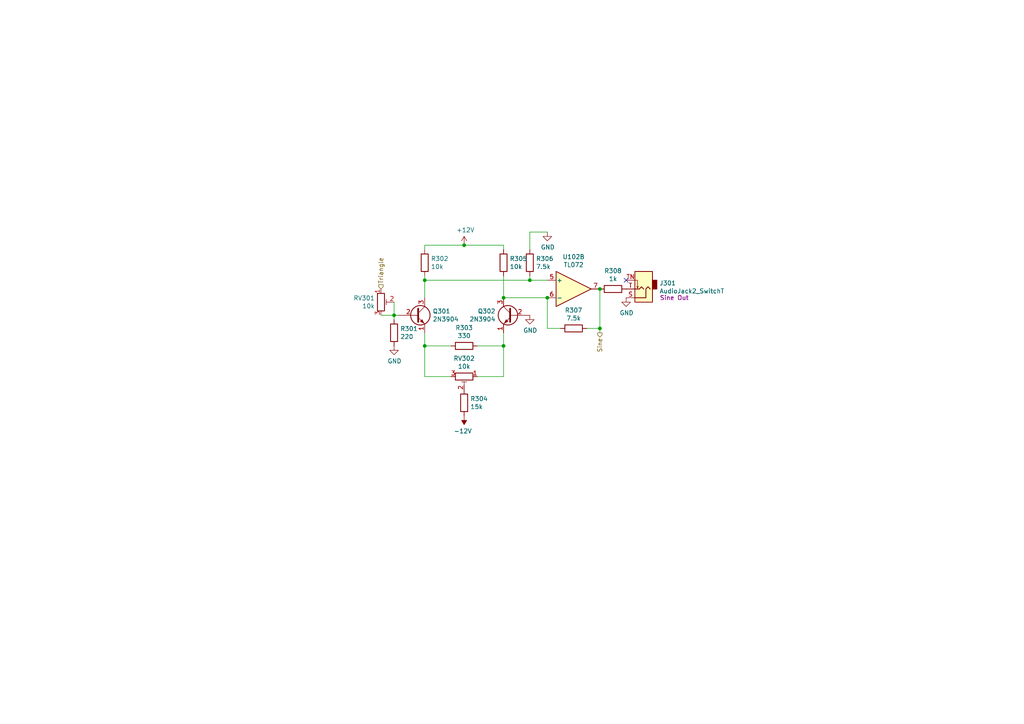
<source format=kicad_sch>
(kicad_sch (version 20211123) (generator eeschema)
  (paper "A4")
  (title_block (title "VCO") (date "2021-06-10") (rev "1.0"))
  (lib_symbols
    (symbol "Amplifier_Operational:TL072" (pin_names (offset 0.127))
      (property "Reference" "U" (at 0 5.08 0))
      (property "Value" "TL072" (at 0 -5.08 0))
      (symbol "TL072_1_1"
        (polyline (pts (xy -5.08 5.08) (xy 5.08 0) (xy -5.08 -5.08) (xy -5.08 5.08)) (stroke (width 0.254)) (fill (type background)))
        (pin output line (at 7.62 0 180) (length 2.54) (name "~") (number "1"))
        (pin input line (at -7.62 -2.54 0) (length 2.54) (name "-") (number "2"))
        (pin input line (at -7.62 2.54 0) (length 2.54) (name "+") (number "3"))
      )
      (symbol "TL072_2_1"
        (polyline (pts (xy -5.08 5.08) (xy 5.08 0) (xy -5.08 -5.08) (xy -5.08 5.08)) (stroke (width 0.254)) (fill (type background)))
        (pin input line (at -7.62 2.54 0) (length 2.54) (name "+") (number "5"))
        (pin input line (at -7.62 -2.54 0) (length 2.54) (name "-") (number "6"))
        (pin output line (at 7.62 0 180) (length 2.54) (name "~") (number "7"))
      )
      (symbol "TL072_3_1"
        (pin power_in line (at -2.54 -7.62 90) (length 3.81) (name "V-") (number "4"))
        (pin power_in line (at -2.54 7.62 270) (length 3.81) (name "V+") (number "8"))
      )
    )
    (symbol "Connector:AudioJack2_SwitchT"
      (property "Reference" "J" (at 0 8.89 0))
      (property "Value" "AudioJack2_SwitchT" (at 0 6.35 0))
      (symbol "AudioJack2_SwitchT_0_1"
        (rectangle (start -2.54 0) (end -3.81 -2.54) (stroke (width 0.254)) (fill (type outline)))
        (polyline (pts (xy 1.778 -0.254) (xy 2.032 -0.762)))
        (polyline (pts (xy 0 0) (xy 0.635 -0.635) (xy 1.27 0) (xy 2.54 0)) (stroke (width 0.254)))
        (polyline (pts (xy 2.54 -2.54) (xy 1.778 -2.54) (xy 1.778 -0.254) (xy 1.524 -0.762)))
        (polyline (pts (xy 2.54 2.54) (xy -0.635 2.54) (xy -0.635 0) (xy -1.27 -0.635) (xy -1.905 0)) (stroke (width 0.254)))
        (rectangle (start 2.54 3.81) (end -2.54 -5.08) (stroke (width 0.254)) (fill (type background)))
      )
      (symbol "AudioJack2_SwitchT_1_1"
        (pin passive line (at 5.08 2.54 180) (length 2.54) (name "~") (number "S"))
        (pin passive line (at 5.08 0 180) (length 2.54) (name "~") (number "T"))
        (pin passive line (at 5.08 -2.54 180) (length 2.54) (name "~") (number "TN"))
      )
    )
    (symbol "Device:R" (pin_numbers hide) (pin_names (offset 0))
      (property "Reference" "R" (at 2.032 0 90))
      (property "Value" "R" (at 0 0 90))
      (symbol "R_0_1"
        (rectangle (start -1.016 -2.54) (end 1.016 2.54) (stroke (width 0.254)))
      )
      (symbol "R_1_1"
        (pin passive line (at 0 3.81 270) (length 1.27) (name "~") (number "1"))
        (pin passive line (at 0 -3.81 90) (length 1.27) (name "~") (number "2"))
      )
    )
    (symbol "Device:R_Potentiometer_Trim" (pin_names (offset 1.016) hide)
      (property "Reference" "RV" (at -4.445 0 90))
      (property "Value" "R_Potentiometer_Trim" (at -2.54 0 90))
      (symbol "R_Potentiometer_Trim_0_1"
        (polyline (pts (xy 1.524 0.762) (xy 1.524 -0.762)))
        (polyline (pts (xy 2.54 0) (xy 1.524 0)))
        (rectangle (start 1.016 2.54) (end -1.016 -2.54) (stroke (width 0.254)))
      )
      (symbol "R_Potentiometer_Trim_1_1"
        (pin passive line (at 0 3.81 270) (length 1.27) (name "1") (number "1"))
        (pin passive line (at 3.81 0 180) (length 1.27) (name "2") (number "2"))
        (pin passive line (at 0 -3.81 90) (length 1.27) (name "3") (number "3"))
      )
    )
    (symbol "Transistor_BJT:2N3904" (pin_names (offset 0) hide)
      (property "Reference" "Q" (at 5.08 1.905 0))
      (property "Value" "2N3904" (at 5.08 0 0))
      (symbol "2N3904_0_1"
        (polyline (pts (xy 0.635 0.635) (xy 2.54 2.54)))
        (polyline (pts (xy 0.635 -0.635) (xy 2.54 -2.54) (xy 2.54 -2.54)))
        (polyline (pts (xy 0.635 1.905) (xy 0.635 -1.905) (xy 0.635 -1.905)) (stroke (width 0.508)))
        (polyline (pts (xy 1.27 -1.778) (xy 1.778 -1.27) (xy 2.286 -2.286) (xy 1.27 -1.778) (xy 1.27 -1.778)) (fill (type outline)))
        (circle (center 1.27 0) (radius 2.8194) (stroke (width 0.254)))
      )
      (symbol "2N3904_1_1"
        (pin passive line (at 2.54 -5.08 90) (length 2.54) (name "E") (number "1"))
        (pin passive line (at -5.08 0 0) (length 5.715) (name "B") (number "2"))
        (pin passive line (at 2.54 5.08 270) (length 2.54) (name "C") (number "3"))
      )
    )
    (symbol "power:+12V" (power) (pin_names (offset 0))
      (property "Value" "+12V" (at 0 3.556 0))
      (symbol "+12V_0_1"
        (polyline (pts (xy -0.762 1.27) (xy 0 2.54)))
        (polyline (pts (xy 0 0) (xy 0 2.54)))
        (polyline (pts (xy 0 2.54) (xy 0.762 1.27)))
      )
      (symbol "+12V_1_1"
        (pin power_in line (at 0 0 90) (length 0) hide (name "+12V") (number "1"))
      )
    )
    (symbol "power:-12V" (power) (pin_names (offset 0))
      (property "Value" "-12V" (at 0 3.81 0))
      (symbol "-12V_0_0"
        (pin power_in line (at 0 0 90) (length 0) hide (name "-12V") (number "1"))
      )
      (symbol "-12V_0_1"
        (polyline (pts (xy 0 0) (xy 0 1.27) (xy 0.762 1.27) (xy 0 2.54) (xy -0.762 1.27) (xy 0 1.27)) (fill (type outline)))
      )
    )
    (symbol "power:GND" (power) (pin_names (offset 0))
      (property "Value" "GND" (at 0 -3.81 0))
      (symbol "GND_0_1"
        (polyline (pts (xy 0 0) (xy 0 -1.27) (xy 1.27 -1.27) (xy 0 -2.54) (xy -1.27 -1.27) (xy 0 -1.27)))
      )
      (symbol "GND_1_1"
        (pin power_in line (at 0 0 270) (length 0) hide (name "GND") (number "1"))
      )
    )
  )
  (junction (at 158.75 86.36))
  (junction (at 146.05 100.33))
  (junction (at 146.05 86.36))
  (junction (at 123.19 81.28))
  (junction (at 173.99 83.82))
  (junction (at 134.62 71.12))
  (junction (at 114.3 91.44))
  (junction (at 173.99 95.25))
  (junction (at 153.67 81.28))
  (junction (at 123.19 100.33))
  (no_connect (at 181.61 81.28))
  (wire (pts (xy 146.05 86.36) (xy 158.75 86.36)))
  (wire (pts (xy 134.62 71.12) (xy 146.05 71.12)))
  (wire (pts (xy 114.3 91.44) (xy 115.57 91.44)))
  (wire (pts (xy 153.67 80.01) (xy 153.67 81.28)))
  (wire (pts (xy 138.43 109.22) (xy 146.05 109.22)))
  (wire (pts (xy 158.75 86.36) (xy 158.75 95.25)))
  (wire (pts (xy 114.3 92.71) (xy 114.3 91.44)))
  (wire (pts (xy 158.75 67.31) (xy 153.67 67.31)))
  (wire (pts (xy 170.18 95.25) (xy 173.99 95.25)))
  (wire (pts (xy 114.3 87.63) (xy 114.3 91.44)))
  (wire (pts (xy 158.75 95.25) (xy 162.56 95.25)))
  (wire (pts (xy 123.19 72.39) (xy 123.19 71.12)))
  (wire (pts (xy 153.67 67.31) (xy 153.67 72.39)))
  (wire (pts (xy 146.05 71.12) (xy 146.05 72.39)))
  (wire (pts (xy 123.19 96.52) (xy 123.19 100.33)))
  (wire (pts (xy 123.19 81.28) (xy 123.19 86.36)))
  (wire (pts (xy 110.49 91.44) (xy 114.3 91.44)))
  (wire (pts (xy 173.99 95.25) (xy 173.99 96.52)))
  (wire (pts (xy 146.05 109.22) (xy 146.05 100.33)))
  (wire (pts (xy 123.19 71.12) (xy 134.62 71.12)))
  (wire (pts (xy 146.05 100.33) (xy 146.05 96.52)))
  (wire (pts (xy 173.99 95.25) (xy 173.99 83.82)))
  (wire (pts (xy 123.19 109.22) (xy 130.81 109.22)))
  (wire (pts (xy 123.19 100.33) (xy 130.81 100.33)))
  (wire (pts (xy 123.19 81.28) (xy 153.67 81.28)))
  (wire (pts (xy 146.05 80.01) (xy 146.05 86.36)))
  (wire (pts (xy 138.43 100.33) (xy 146.05 100.33)))
  (wire (pts (xy 153.67 81.28) (xy 158.75 81.28)))
  (wire (pts (xy 123.19 80.01) (xy 123.19 81.28)))
  (wire (pts (xy 123.19 100.33) (xy 123.19 109.22)))
  (hierarchical_label "Sine" (shape output) (at 173.99 96.52 270))
  (hierarchical_label "Triangle" (shape input) (at 110.49 83.82 90))
  (symbol (lib_id "Amplifier_Operational:TL072") (at 166.37 83.82 0) (unit 2)
    (property "Reference" "U102" (at 166.37 74.4982 0))
    (property "Value" "TL072" (at 166.37 76.8096 0))
    (property "Footprint" "Package_DIP:DIP-8_W7.62mm_Socket" (effects hide))
    (property "Datasheet" "http://www.ti.com/lit/ds/symlink/tl071.pdf" (effects hide))
  )
  (symbol (lib_id "Transistor_BJT:2N3904") (at 120.65 91.44 0) (unit 1)
    (property "Reference" "Q301" (at 125.476 90.2716 0) (effects (justify left)))
    (property "Value" "2N3904" (at 125.476 92.583 0) (effects (justify left)))
    (property "Footprint" "Package_TO_SOT_THT:TO-92_Inline" (effects hide))
    (property "Datasheet" "https://www.onsemi.com/pub/Collateral/2N3903-D.PDF" (effects hide))
  )
  (symbol (lib_id "Transistor_BJT:2N3904") (at 148.59 91.44 0) (mirror y) (unit 1)
    (property "Reference" "Q302" (at 143.7386 90.2716 0) (effects (justify left)))
    (property "Value" "2N3904" (at 143.7386 92.583 0) (effects (justify left)))
    (property "Footprint" "Package_TO_SOT_THT:TO-92_Inline" (effects hide))
    (property "Datasheet" "https://www.onsemi.com/pub/Collateral/2N3903-D.PDF" (effects hide))
  )
  (symbol (lib_id "Device:R_Potentiometer_Trim") (at 134.62 109.22 270) (unit 1)
    (property "Reference" "RV302" (at 134.62 103.9622 90))
    (property "Value" "10k" (at 134.62 106.2736 90))
    (property "Footprint" "Potentiometer_THT:Potentiometer_Runtron_RM-065_Vertical" (effects hide))
  )
  (symbol (lib_id "Device:R") (at 134.62 116.84 0) (unit 1)
    (property "Reference" "R304" (at 136.398 115.6716 0) (effects (justify left)))
    (property "Value" "15k" (at 136.398 117.983 0) (effects (justify left)))
    (property "Footprint" "Resistor_THT:R_Axial_DIN0207_L6.3mm_D2.5mm_P7.62mm_Horizontal" (effects hide))
  )
  (symbol (lib_id "power:-12V") (at 134.62 120.65 180) (unit 1)
    (property "Reference" "#PWR0303" (effects hide))
    (property "Value" "-12V" (at 134.239 125.0442 0))
  )
  (symbol (lib_id "Device:R") (at 114.3 96.52 0) (unit 1)
    (property "Reference" "R301" (at 116.078 95.3516 0) (effects (justify left)))
    (property "Value" "220" (at 116.078 97.663 0) (effects (justify left)))
    (property "Footprint" "Resistor_THT:R_Axial_DIN0207_L6.3mm_D2.5mm_P7.62mm_Horizontal" (effects hide))
  )
  (symbol (lib_id "power:GND") (at 114.3 100.33 0) (unit 1)
    (property "Reference" "#PWR0301" (effects hide))
    (property "Value" "GND" (at 114.427 104.7242 0))
  )
  (symbol (lib_id "Device:R_Potentiometer_Trim") (at 110.49 87.63 0) (unit 1)
    (property "Reference" "RV301" (at 108.712 86.4616 0) (effects (justify right)))
    (property "Value" "10k" (at 108.712 88.773 0) (effects (justify right)))
    (property "Footprint" "Potentiometer_THT:Potentiometer_Runtron_RM-065_Vertical" (effects hide))
  )
  (symbol (lib_id "Device:R") (at 134.62 100.33 90) (unit 1)
    (property "Reference" "R303" (at 134.62 95.0722 90))
    (property "Value" "330" (at 134.62 97.3836 90))
    (property "Footprint" "Resistor_THT:R_Axial_DIN0207_L6.3mm_D2.5mm_P7.62mm_Horizontal" (effects hide))
  )
  (symbol (lib_id "power:GND") (at 153.67 91.44 0) (unit 1)
    (property "Reference" "#PWR0304" (effects hide))
    (property "Value" "GND" (at 153.797 95.8342 0))
  )
  (symbol (lib_id "Device:R") (at 123.19 76.2 0) (unit 1)
    (property "Reference" "R302" (at 124.968 75.0316 0) (effects (justify left)))
    (property "Value" "10k" (at 124.968 77.343 0) (effects (justify left)))
    (property "Footprint" "Resistor_THT:R_Axial_DIN0207_L6.3mm_D2.5mm_P7.62mm_Horizontal" (effects hide))
  )
  (symbol (lib_id "Device:R") (at 146.05 76.2 0) (unit 1)
    (property "Reference" "R305" (at 147.828 75.0316 0) (effects (justify left)))
    (property "Value" "10k" (at 147.828 77.343 0) (effects (justify left)))
    (property "Footprint" "Resistor_THT:R_Axial_DIN0207_L6.3mm_D2.5mm_P7.62mm_Horizontal" (effects hide))
  )
  (symbol (lib_id "power:+12V") (at 134.62 71.12 0) (unit 1)
    (property "Reference" "#PWR0302" (effects hide))
    (property "Value" "+12V" (at 135.001 66.7258 0))
  )
  (symbol (lib_id "Device:R") (at 166.37 95.25 90) (unit 1)
    (property "Reference" "R307" (at 166.37 89.9922 90))
    (property "Value" "7.5k" (at 166.37 92.3036 90))
    (property "Footprint" "Resistor_THT:R_Axial_DIN0207_L6.3mm_D2.5mm_P7.62mm_Horizontal" (effects hide))
  )
  (symbol (lib_id "Device:R") (at 153.67 76.2 0) (unit 1)
    (property "Reference" "R306" (at 155.448 75.0316 0) (effects (justify left)))
    (property "Value" "7.5k" (at 155.448 77.343 0) (effects (justify left)))
    (property "Footprint" "Resistor_THT:R_Axial_DIN0207_L6.3mm_D2.5mm_P7.62mm_Horizontal" (effects hide))
  )
  (symbol (lib_id "power:GND") (at 158.75 67.31 0) (unit 1)
    (property "Reference" "#PWR0305" (effects hide))
    (property "Value" "GND" (at 158.877 71.7042 0))
  )
  (symbol (lib_id "Device:R") (at 177.8 83.82 90) (unit 1)
    (property "Reference" "R308" (at 177.8 78.5622 90))
    (property "Value" "1k" (at 177.8 80.8736 90))
    (property "Footprint" "Resistor_THT:R_Axial_DIN0207_L6.3mm_D2.5mm_P7.62mm_Horizontal" (effects hide))
  )
  (symbol (lib_id "Connector:AudioJack2_SwitchT") (at 186.69 83.82 180) (unit 1)
    (property "Reference" "J301" (at 191.262 82.1182 0) (effects (justify right)))
    (property "Value" "AudioJack2_SwitchT" (at 191.262 84.4296 0) (effects (justify right)))
    (property "Footprint" "Connector_Audio:Jack_3.5mm_QingPu_WQP-PJ398SM_Vertical_CircularHoles" (effects hide))
    (property "Description" "Sine Out" (at 195.58 86.36 0))
  )
  (symbol (lib_id "power:GND") (at 181.61 86.36 0) (unit 1)
    (property "Reference" "#PWR0306" (effects hide))
    (property "Value" "GND" (at 181.737 90.7542 0))
  )
)
</source>
